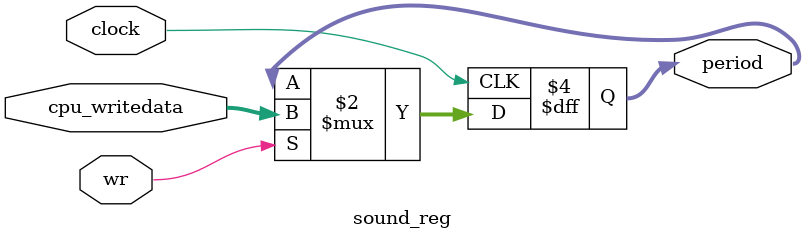
<source format=sv>
`timescale 1ns / 1ps
`default_nettype none


module sound_reg #(
   parameter Nloc = 32,                      // Number of memory locations
   parameter Dbits = 32                      // Number of bits in data
)(

   input wire clock,
   input wire wr,                            // WriteEnable:  if wr==1, data is written into mem
   //input wire [$clog2(Nloc)-1 : 0] ReadAddr1, ReadAddr2, WriteAddr, 	
                                             // 3 addresses, two for reading and one for writing
   input wire [Dbits-1 : 0] cpu_writedata,       // Data for writing into memory (if wr==1)
   output logic [Dbits-1 : 0] period
                                             // 2 output ports
   );

//   logic [Dbits-1:0] rf [Nloc:0];                     // The actual registers where data is stored
                                             // initial $readmemh(initfile, ..., ..., ...);  
                                             // Usually no need to initialize register file

   always_ff @(posedge clock)                // Memory write: only when wr==1, and only at posedge clock
      if(wr)
         period <= cpu_writedata;

   // MODIFY the two lines below so if register 0 is being read, then the output
   // is 0 regardless of the actual value stored in register 0
   
//   assign ReadData1 = ... ? ... rf[...];     // First output port
//   assign ReadData2 = ... ? ... rf[...];     // Second output port
   
endmodule
</source>
